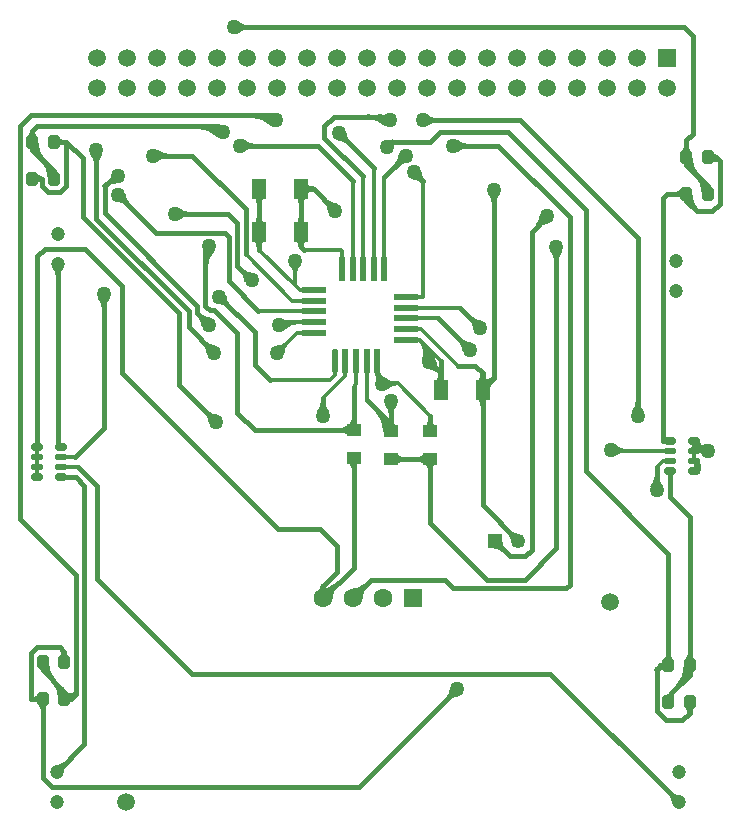
<source format=gtl>
%FSLAX25Y25*%
%MOIN*%
G70*
G01*
G75*
G04 Layer_Physical_Order=1*
G04 Layer_Color=255*
%ADD10C,0.01575*%
%ADD11C,0.01476*%
%ADD12R,0.07874X0.01969*%
%ADD13R,0.01969X0.07874*%
G04:AMPARAMS|DCode=14|XSize=19.69mil|YSize=78.74mil|CornerRadius=0mil|HoleSize=0mil|Usage=FLASHONLY|Rotation=180.000|XOffset=0mil|YOffset=0mil|HoleType=Round|Shape=Octagon|*
%AMOCTAGOND14*
4,1,8,0.00492,-0.03937,-0.00492,-0.03937,-0.00984,-0.03445,-0.00984,0.03445,-0.00492,0.03937,0.00492,0.03937,0.00984,0.03445,0.00984,-0.03445,0.00492,-0.03937,0.0*
%
%ADD14OCTAGOND14*%

G04:AMPARAMS|DCode=15|XSize=39.37mil|YSize=25.59mil|CornerRadius=0mil|HoleSize=0mil|Usage=FLASHONLY|Rotation=0.000|XOffset=0mil|YOffset=0mil|HoleType=Round|Shape=Octagon|*
%AMOCTAGOND15*
4,1,8,0.01969,-0.00640,0.01969,0.00640,0.01329,0.01280,-0.01329,0.01280,-0.01969,0.00640,-0.01969,-0.00640,-0.01329,-0.01280,0.01329,-0.01280,0.01969,-0.00640,0.0*
%
%ADD15OCTAGOND15*%

G04:AMPARAMS|DCode=16|XSize=39.37mil|YSize=19.69mil|CornerRadius=0mil|HoleSize=0mil|Usage=FLASHONLY|Rotation=0.000|XOffset=0mil|YOffset=0mil|HoleType=Round|Shape=Octagon|*
%AMOCTAGOND16*
4,1,8,0.01969,-0.00492,0.01969,0.00492,0.01476,0.00984,-0.01476,0.00984,-0.01969,0.00492,-0.01969,-0.00492,-0.01476,-0.00984,0.01476,-0.00984,0.01969,-0.00492,0.0*
%
%ADD16OCTAGOND16*%

G04:AMPARAMS|DCode=17|XSize=47.24mil|YSize=39.37mil|CornerRadius=0mil|HoleSize=0mil|Usage=FLASHONLY|Rotation=270.000|XOffset=0mil|YOffset=0mil|HoleType=Round|Shape=Octagon|*
%AMOCTAGOND17*
4,1,8,-0.00984,-0.02362,0.00984,-0.02362,0.01969,-0.01378,0.01969,0.01378,0.00984,0.02362,-0.00984,0.02362,-0.01969,0.01378,-0.01969,-0.01378,-0.00984,-0.02362,0.0*
%
%ADD17OCTAGOND17*%

%ADD18R,0.04921X0.06693*%
%ADD19R,0.05118X0.04134*%
%ADD20R,0.06299X0.06299*%
%ADD21C,0.06299*%
%ADD22C,0.05906*%
%ADD23C,0.04724*%
%ADD24R,0.05906X0.05906*%
%ADD25C,0.04921*%
%ADD26R,0.04921X0.04921*%
%ADD27C,0.05000*%
D10*
X89603Y236703D02*
G03*
X85263Y238500I-4339J-4339D01*
G01*
X88489Y235589D02*
G03*
X81461Y238500I-7028J-7028D01*
G01*
X71903Y232803D02*
G03*
X66839Y234900I-5064J-5064D01*
G01*
X70789Y231689D02*
G03*
X63037Y234900I-7752J-7752D01*
G01*
X70366Y233412D02*
G03*
X70000Y234900I-1412J442D01*
G01*
X70000Y234900D02*
G03*
X71488Y234534I1046J1046D01*
G01*
X65487Y168700D02*
G03*
X64276Y171624I-4135J0D01*
G01*
D02*
G03*
X67200Y170413I2924J2924D01*
G01*
X36915Y216689D02*
G03*
X32532Y215000I-288J-5785D01*
G01*
X137313Y219490D02*
G03*
X138500Y216600I4054J-23D01*
G01*
X138500Y216600D02*
G03*
X135610Y217787I-2867J-2867D01*
G01*
X184311Y193289D02*
G03*
X183100Y190365I2924J-2924D01*
G01*
D02*
G03*
X181889Y193289I-4135J0D01*
G01*
X180000Y203087D02*
G03*
X177076Y201876I0J-4135D01*
G01*
D02*
G03*
X178287Y204800I-2924J2924D01*
G01*
X156087Y167600D02*
G03*
X154876Y170524I-4135J0D01*
G01*
D02*
G03*
X157800Y169313I2924J2924D01*
G01*
X38713Y212100D02*
G03*
X39924Y209176I4135J0D01*
G01*
D02*
G03*
X37000Y210387I-2924J-2924D01*
G01*
X78811Y229611D02*
G03*
X81735Y228400I2924J2924D01*
G01*
D02*
G03*
X78811Y227189I0J-4135D01*
G01*
X142313Y156412D02*
G03*
X143524Y153488I4135J0D01*
G01*
D02*
G03*
X140600Y154699I-2924J-2924D01*
G01*
X72313Y178100D02*
G03*
X73524Y175176I4135J0D01*
G01*
D02*
G03*
X70600Y176387I-2924J-2924D01*
G01*
X79787Y183500D02*
G03*
X78576Y186424I-4135J0D01*
G01*
D02*
G03*
X81500Y185213I2924J2924D01*
G01*
X57111Y206811D02*
G03*
X60035Y205600I2924J2924D01*
G01*
D02*
G03*
X57111Y204389I0J-4135D01*
G01*
X127327Y229394D02*
G03*
X128548Y229648I416J1059D01*
G01*
D02*
G03*
X128294Y228427I805J-805D01*
G01*
X76811Y269011D02*
G03*
X79735Y267800I2924J2924D01*
G01*
D02*
G03*
X76811Y266589I0J-4135D01*
G01*
X132900Y223387D02*
G03*
X129976Y222176I0J-4135D01*
G01*
D02*
G03*
X131187Y225100I-2924J2924D01*
G01*
X112372Y232500D02*
G03*
X113583Y229576I4135J0D01*
G01*
D02*
G03*
X110659Y230787I-2924J-2924D01*
G01*
X127403Y236703D02*
G03*
X124029Y238100I-3374J-3374D01*
G01*
X126289Y235589D02*
G03*
X120227Y238100I-6062J-6062D01*
G01*
X49911Y226311D02*
G03*
X52835Y225100I2924J2924D01*
G01*
D02*
G03*
X49911Y223889I0J-4135D01*
G01*
X67287Y159400D02*
G03*
X66076Y162324I-4135J0D01*
G01*
D02*
G03*
X69000Y161113I2924J2924D01*
G01*
X30986Y225589D02*
G03*
X29775Y222665I2924J-2924D01*
G01*
D02*
G03*
X28564Y225589I-4135J0D01*
G01*
X139711Y238011D02*
G03*
X142635Y236800I2924J2924D01*
G01*
D02*
G03*
X139711Y235589I0J-4135D01*
G01*
X208989Y139611D02*
G03*
X210200Y142535I-2924J2924D01*
G01*
D02*
G03*
X211411Y139611I4135J0D01*
G01*
X104089D02*
G03*
X105300Y142535I-2924J2924D01*
G01*
D02*
G03*
X106511Y139611I4135J0D01*
G01*
X67297Y194703D02*
G03*
X66131Y191887I2815J-2815D01*
G01*
X68411Y193589D02*
G03*
X66131Y188086I5503J-5503D01*
G01*
X129211Y142089D02*
G03*
X128000Y139165I2924J-2924D01*
G01*
D02*
G03*
X126789Y142089I-4135J0D01*
G01*
X152506Y160400D02*
G03*
X151295Y163324I-4135J0D01*
G01*
D02*
G03*
X154219Y162113I2924J2924D01*
G01*
X163511Y212489D02*
G03*
X162300Y209565I2924J-2924D01*
G01*
D02*
G03*
X161089Y212489I-4135J0D01*
G01*
X107699Y206763D02*
G03*
X106488Y209687I-4135J0D01*
G01*
D02*
G03*
X109411Y208476I2924J2924D01*
G01*
X232277Y125818D02*
G03*
X229864Y127865I-3678J-1889D01*
G01*
X229864Y127865D02*
G03*
X233018Y128123I1265J3936D01*
G01*
X232126Y126239D02*
G03*
X231042Y127805I-2433J-525D01*
G01*
X231009Y127826D02*
G03*
X232714Y127924I785J1218D01*
G01*
X230746Y127188D02*
G03*
X232650Y127869I130J2639D01*
G01*
X150011Y229511D02*
G03*
X152935Y228300I2924J2924D01*
G01*
D02*
G03*
X150011Y227089I0J-4135D01*
G01*
X150100Y45487D02*
G03*
X147176Y44276I0J-4135D01*
G01*
D02*
G03*
X148387Y47200I-2924J2924D01*
G01*
X215289Y114811D02*
G03*
X216500Y117735I-2924J2924D01*
G01*
D02*
G03*
X217711Y114811I4135J0D01*
G01*
X33467Y177689D02*
G03*
X32256Y174765I2924J-2924D01*
G01*
D02*
G03*
X31045Y177689I-4135J0D01*
G01*
X67987Y136300D02*
G03*
X66776Y139224I-4135J0D01*
G01*
D02*
G03*
X69700Y138013I2924J2924D01*
G01*
X164236Y96500D02*
G03*
X165419Y93644I4039J0D01*
G01*
D02*
G03*
X162563Y94827I-2856J-2856D01*
G01*
X168764Y96500D02*
G03*
X167581Y99356I-4039J0D01*
G01*
D02*
G03*
X170437Y98173I2856J2856D01*
G01*
X18114Y187886D02*
G03*
X17000Y185198I2688J-2688D01*
G01*
D02*
G03*
X15886Y187886I-3802J0D01*
G01*
X222425Y9500D02*
G03*
X221312Y12188I-3802J0D01*
G01*
D02*
G03*
X224000Y11075I2688J2688D01*
G01*
X16500Y21075D02*
G03*
X19188Y22188I0J3802D01*
G01*
D02*
G03*
X18075Y19500I2688J-2688D01*
G01*
X104192Y79662D02*
G03*
X105335Y81600I-1072J1938D01*
G01*
D02*
G03*
X106478Y79662I2215J0D01*
G01*
X105335Y79957D02*
G03*
X109367Y81627I0J5703D01*
G01*
D02*
G03*
X107697Y77594I4033J-4033D01*
G01*
X115335Y79957D02*
G03*
X119367Y81627I0J5703D01*
G01*
D02*
G03*
X117697Y77594I4033J-4033D01*
G01*
X116405Y123469D02*
G03*
X115500Y121285I2184J-2184D01*
G01*
D02*
G03*
X114595Y123469I-3089J0D01*
G01*
X114103Y132721D02*
G03*
X111919Y133626I-2184J-2184D01*
G01*
D02*
G03*
X114103Y134531I0J3089D01*
G01*
X114595D02*
G03*
X115500Y136715I-2184J2184D01*
G01*
D02*
G03*
X116405Y134531I3089J0D01*
G01*
X139603Y122969D02*
G03*
X137419Y123874I-2184J-2184D01*
G01*
D02*
G03*
X139603Y124779I0J3089D01*
G01*
X141905Y122969D02*
G03*
X141000Y120785I2184J-2184D01*
G01*
D02*
G03*
X140095Y122969I-3089J0D01*
G01*
Y134031D02*
G03*
X141000Y136215I-2184J2184D01*
G01*
D02*
G03*
X141905Y134031I3089J0D01*
G01*
X127803Y133126D02*
G03*
X125985Y137515I-6207J0D01*
G01*
X126228Y133126D02*
G03*
X123297Y140203I-10008J0D01*
G01*
X127297Y134195D02*
G03*
X128000Y135500I-859J1305D01*
G01*
D02*
G03*
X128703Y134195I1562J0D01*
G01*
X127095Y134031D02*
G03*
X128000Y136215I-2184J2184D01*
G01*
D02*
G03*
X128905Y134031I3089J0D01*
G01*
X127297Y134195D02*
G03*
X128000Y135500I-859J1305D01*
G01*
D02*
G03*
X128703Y134195I1562J0D01*
G01*
X129397Y124779D02*
G03*
X131581Y123874I2184J2184D01*
G01*
D02*
G03*
X129397Y122969I0J-3089D01*
G01*
X158679Y149548D02*
G03*
X162300Y150812I502J4383D01*
G01*
X160718Y149230D02*
G03*
X160161Y147886I1344J-1344D01*
G01*
X159671Y144931D02*
G03*
X158488Y142075I2856J-2856D01*
G01*
D02*
G03*
X157305Y144931I-4039J0D01*
G01*
Y149069D02*
G03*
X158488Y151925I-2856J2856D01*
G01*
D02*
G03*
X159671Y149069I4039J0D01*
G01*
X143329D02*
G03*
X144512Y151925I-2856J2856D01*
G01*
D02*
G03*
X145695Y149069I4039J0D01*
G01*
X99159Y197419D02*
G03*
X97988Y194632I2732J-2788D01*
G01*
D02*
G03*
X96817Y197419I-3903J0D01*
G01*
X96805Y201569D02*
G03*
X97988Y204425I-2856J2856D01*
G01*
D02*
G03*
X99171Y201569I4039J0D01*
G01*
X85195Y197431D02*
G03*
X84012Y194575I2856J-2856D01*
G01*
D02*
G03*
X82829Y197431I-4039J0D01*
G01*
Y201569D02*
G03*
X84012Y204425I-2856J2856D01*
G01*
D02*
G03*
X85195Y201569I4039J0D01*
G01*
X99171Y211931D02*
G03*
X97988Y209075I2856J-2856D01*
G01*
D02*
G03*
X96805Y211931I-4039J0D01*
G01*
X99171Y215183D02*
G03*
X102028Y214000I2856J2856D01*
G01*
D02*
G03*
X99171Y212817I0J-4039D01*
G01*
X85195Y211931D02*
G03*
X84012Y209075I2856J-2856D01*
G01*
D02*
G03*
X82829Y211931I-4039J0D01*
G01*
X228379Y41669D02*
G03*
X227543Y39652I2016J-2016D01*
G01*
D02*
G03*
X226708Y41669I-2851J0D01*
G01*
X220720Y55001D02*
G03*
X217672Y54922I-1483J-1644D01*
G01*
X219666Y53832D02*
G03*
X216500Y53750I-1540J-1707D01*
G01*
X219568Y54324D02*
G03*
X217852Y55102I-1715J-1502D01*
G01*
D02*
G03*
X219568Y55880I0J2280D01*
G01*
X219621Y56331D02*
G03*
X220457Y58347I-2016J2016D01*
G01*
D02*
G03*
X221292Y56331I2851J0D01*
G01*
X226295Y50745D02*
G03*
X227937Y54709I-3963J3963D01*
G01*
X223607Y48057D02*
G03*
X226362Y54709I-6652J6652D01*
G01*
X226708Y56331D02*
G03*
X227543Y58347I-2016J2016D01*
G01*
D02*
G03*
X228379Y56331I2851J0D01*
G01*
X228349Y53845D02*
G03*
X227543Y51994I1725J-1851D01*
G01*
D02*
G03*
X226738Y53845I-2530J0D01*
G01*
X219992Y44377D02*
G03*
X221785Y46212I-1318J3081D01*
G01*
X221522Y45555D02*
G03*
X221543Y43756I2183J-875D01*
G01*
X19437Y44291D02*
G03*
X18224Y47219I-4140J0D01*
G01*
X17862Y44291D02*
G03*
X15536Y49907I-7942J0D01*
G01*
X18831Y43960D02*
G03*
X21615Y44262I1203J1883D01*
G01*
X19680Y45287D02*
G03*
X23000Y45647I1436J2246D01*
G01*
X20026Y44553D02*
G03*
X21250Y43898I1224J816D01*
G01*
D02*
G03*
X20026Y43243I0J-1471D01*
G01*
X18426Y45298D02*
G03*
X19043Y46400I-675J1101D01*
G01*
D02*
G03*
X19660Y45298I1292J0D01*
G01*
X11563Y55709D02*
G03*
X12856Y52588I4414J0D01*
G01*
X13138Y55709D02*
G03*
X15544Y49899I8216J0D01*
G01*
X12617Y54730D02*
G03*
X11957Y53487I839J-1243D01*
G01*
D02*
G03*
X11296Y54730I-1499J0D01*
G01*
X18208Y57331D02*
G03*
X19043Y59347I-2016J2016D01*
G01*
D02*
G03*
X19879Y57331I2851J0D01*
G01*
X11121Y43062D02*
G03*
X9105Y43898I-2016J-2016D01*
G01*
D02*
G03*
X11121Y44733I0J2851D01*
G01*
X12792Y42669D02*
G03*
X11957Y40652I2016J-2016D01*
G01*
D02*
G03*
X11121Y42669I-2851J0D01*
G01*
X15937Y217791D02*
G03*
X14724Y220719I-4140J0D01*
G01*
X14362Y217791D02*
G03*
X12036Y223407I-7942J0D01*
G01*
X14926Y218798D02*
G03*
X15543Y219900I-675J1101D01*
G01*
D02*
G03*
X16160Y218798I1292J0D01*
G01*
X8063Y229209D02*
G03*
X9356Y226088I4414J0D01*
G01*
X9638Y229209D02*
G03*
X12044Y223399I8216J0D01*
G01*
X7621Y230831D02*
G03*
X8457Y232847I-2016J2016D01*
G01*
D02*
G03*
X9292Y230831I2851J0D01*
G01*
X9117Y228230D02*
G03*
X8457Y226987I839J-1243D01*
G01*
D02*
G03*
X7796Y228230I-1499J0D01*
G01*
X16379Y230438D02*
G03*
X18395Y229602I2016J2016D01*
G01*
D02*
G03*
X16379Y228767I0J-2851D01*
G01*
X9292Y218233D02*
G03*
X11308Y217398I2016J2016D01*
G01*
D02*
G03*
X9292Y216562I0J-2851D01*
G01*
X226063Y224209D02*
G03*
X227356Y221087I4414J0D01*
G01*
X227638Y224209D02*
G03*
X230044Y218399I8216J0D01*
G01*
X225622Y225831D02*
G03*
X226457Y227848I-2016J2016D01*
G01*
D02*
G03*
X227292Y225831I2851J0D01*
G01*
X227117Y223230D02*
G03*
X226457Y221987I839J-1243D01*
G01*
D02*
G03*
X225796Y223230I-1500J0D01*
G01*
X233937Y212791D02*
G03*
X232724Y215719I-4140J0D01*
G01*
X232362Y212791D02*
G03*
X230036Y218407I-7942J0D01*
G01*
X232926Y213798D02*
G03*
X233543Y214900I-675J1101D01*
G01*
D02*
G03*
X234160Y213798I1292J0D01*
G01*
X225622Y211562D02*
G03*
X223605Y212398I-2016J-2016D01*
G01*
D02*
G03*
X225622Y213233I0J2851D01*
G01*
X227029Y210971D02*
G03*
X226457Y210000I537J-970D01*
G01*
D02*
G03*
X225885Y210971I-1109J0D01*
G01*
X226063Y212004D02*
G03*
X227202Y209255I3887J0D01*
G01*
X227638Y212004D02*
G03*
X229890Y206567I7689J0D01*
G01*
X234409Y225406D02*
G03*
X236250Y224602I1840J1707D01*
G01*
D02*
G03*
X234409Y223799I0J-2510D01*
G01*
X236377Y224476D02*
G03*
X233267Y224489I-1561J-1561D01*
G01*
X237500Y223353D02*
G03*
X234371Y223366I-1571J-1571D01*
G01*
X10000Y129360D02*
G03*
X10411Y128368I1403J0D01*
G01*
X17000Y129806D02*
G03*
X17596Y128368I2035J0D01*
G01*
X230066Y127800D02*
G03*
X228827Y127412I-345J-1072D01*
G01*
X232192Y127117D02*
G03*
X230078Y126455I-588J-1830D01*
G01*
X230309Y126706D02*
G03*
X229206Y128077I-1592J-152D01*
G01*
X230308Y126434D02*
G03*
X229242Y128065I-1539J158D01*
G01*
X228546Y130093D02*
G03*
X230111Y127786I2257J-154D01*
G01*
X230117Y129986D02*
G03*
X232027Y127170I2755J-187D01*
G01*
X228663Y129525D02*
G03*
X231079Y127474I3683J1892D01*
G01*
X221411Y119632D02*
G03*
X221000Y118640I992J-992D01*
G01*
X218600Y130020D02*
Y211000D01*
X17000Y128020D02*
Y189000D01*
X221000Y111300D02*
Y119980D01*
X228937Y128163D02*
Y130020D01*
X229400Y128014D02*
X233800Y126600D01*
X228937Y128163D02*
X229400Y128014D01*
X10000Y128020D02*
Y191500D01*
X119874Y143626D02*
X128000Y135500D01*
Y143300D01*
Y133126D02*
Y135500D01*
X144512Y152500D02*
Y156720D01*
Y147000D02*
Y152500D01*
X140600Y156412D02*
X144512Y152500D01*
X15543Y229602D02*
X19500D01*
X25431Y224171D01*
Y204464D02*
Y224171D01*
Y204464D02*
X57400Y172495D01*
Y148600D02*
Y172495D01*
Y148600D02*
X69700Y136300D01*
X201300Y126900D02*
X201625Y126575D01*
X32256Y134331D02*
Y178900D01*
X22500Y124575D02*
X32256Y134331D01*
X216500Y113600D02*
Y121175D01*
X117400Y14500D02*
X150100Y47200D01*
X14957Y14500D02*
X117400D01*
X11957Y17500D02*
X14957Y14500D01*
X11957Y17500D02*
Y43898D01*
X17000Y128020D02*
X17937D01*
X227543Y51993D02*
Y55102D01*
X221800Y46250D02*
X227543Y51993D01*
X220457Y42898D02*
X221800Y46250D01*
X148800Y228300D02*
X163800D01*
X187600Y204500D01*
Y82100D02*
Y204500D01*
X186300Y80800D02*
X187600Y82100D01*
X148700Y80800D02*
X186300D01*
X146000Y83500D02*
X148700Y80800D01*
X121240Y83500D02*
X146000D01*
X115335Y77594D02*
X121240Y83500D01*
X228937Y126575D02*
Y128163D01*
X158488Y108449D02*
Y147000D01*
Y108449D02*
X170437Y96500D01*
X97988Y214000D02*
X102175D01*
X109411Y206763D01*
X162300Y150812D02*
Y213700D01*
X158488Y147000D02*
X162300Y150812D01*
X143800Y170819D02*
X154219Y160400D01*
X141000Y133126D02*
Y138400D01*
X82500Y133626D02*
X115500D01*
X76774Y139352D02*
X82500Y133626D01*
X76774Y139352D02*
Y165957D01*
X69099Y173631D02*
X76774Y165957D01*
X67500Y173631D02*
X69099D01*
X66131Y175000D02*
X67500Y173631D01*
X66131Y175000D02*
Y193731D01*
X67200Y194800D01*
X105300Y138400D02*
Y144113D01*
X210200Y138400D02*
Y197500D01*
X170900Y236800D02*
X210200Y197500D01*
X138500Y236800D02*
X170900D01*
X29775Y204018D02*
Y226800D01*
Y204018D02*
X60619Y173174D01*
Y167781D02*
Y173174D01*
Y167781D02*
X69000Y159400D01*
X79512Y192210D02*
Y207293D01*
X61705Y225100D02*
X79512Y207293D01*
X48700Y225100D02*
X61705D01*
X105800Y231000D02*
X118693Y218107D01*
X105800Y231000D02*
Y235000D01*
X108900Y238100D01*
X126200D01*
X127500Y236800D01*
X110659Y232500D02*
X122236Y220923D01*
X125780Y217980D02*
X132900Y225100D01*
X75600Y267800D02*
X225700D01*
X228500Y265000D01*
Y232400D02*
Y265000D01*
X226457Y230357D02*
X228500Y232400D01*
X226457Y224602D02*
Y230357D01*
X220457Y55102D02*
Y92300D01*
X192900Y119857D02*
X220457Y92300D01*
X192900Y119857D02*
Y206800D01*
X166886Y232814D02*
X192900Y206800D01*
X144300Y232814D02*
X166886D01*
X141134Y229648D02*
X144300Y232814D01*
X128548Y229648D02*
X141134D01*
X126700Y227800D02*
X128548Y229648D01*
X55900Y205600D02*
X73600D01*
X76700Y202500D01*
Y188300D02*
Y202500D01*
Y188300D02*
X81500Y183500D01*
X70600Y178100D02*
X82500Y166200D01*
Y155200D02*
Y166200D01*
Y155200D02*
X87500Y150200D01*
X227543Y39343D02*
Y42898D01*
X225000Y36800D02*
X227543Y39343D01*
X219700Y36800D02*
X225000D01*
X216500Y40000D02*
X219700Y36800D01*
X216500Y40000D02*
Y53750D01*
X217852Y55102D01*
X220457D01*
X8000Y43898D02*
X11957D01*
X8000D02*
Y59200D01*
X10000Y61200D01*
X17500D01*
X19043Y59657D01*
Y56102D02*
Y59657D01*
X219998Y212398D02*
X226457D01*
X218600Y211000D02*
X219998Y212398D01*
X218600Y130020D02*
X221063D01*
X221000Y119980D02*
X221063D01*
X221000Y111300D02*
X227543Y104757D01*
Y55102D02*
Y104757D01*
X17937Y117980D02*
X22820D01*
X25800Y115000D01*
Y28800D02*
Y115000D01*
X16500Y19500D02*
X25800Y28800D01*
X23575Y121425D02*
X30000Y115000D01*
Y84100D02*
Y115000D01*
Y84100D02*
X61700Y52400D01*
X181100D01*
X224000Y9500D01*
X84012Y193756D02*
Y199500D01*
X103500Y228400D02*
X115150Y216750D01*
X77600Y228400D02*
X103500D01*
X73861Y183116D02*
X83796Y173181D01*
X73861Y183116D02*
Y198064D01*
X72494Y199431D02*
X73861Y198064D01*
X49669Y199431D02*
X72494D01*
X37000Y212100D02*
X49669Y199431D01*
X151038Y174362D02*
X157800Y167600D01*
X105335Y77594D02*
Y81600D01*
X110100Y86365D01*
Y95000D01*
X104400Y100700D02*
X110100Y95000D01*
X90300Y100700D02*
X104400D01*
X38438Y152562D02*
X90300Y100700D01*
X38438Y152562D02*
Y181462D01*
X25900Y194000D02*
X38438Y181462D01*
X12500Y194000D02*
X25900D01*
X10000Y191500D02*
X12500Y194000D01*
X10000Y128020D02*
X10063D01*
X174900Y199700D02*
X180000Y204800D01*
X174900Y93750D02*
Y199700D01*
X172588Y91438D02*
X174900Y93750D01*
X167625Y91438D02*
X172588D01*
X162563Y96500D02*
X167625Y91438D01*
X183100Y94200D02*
Y194500D01*
X172500Y83600D02*
X183100Y94200D01*
X160100Y83600D02*
X172500D01*
X141000Y102700D02*
X160100Y83600D01*
X141000Y102700D02*
Y123874D01*
X135600Y219500D02*
X138500Y216600D01*
X84012Y199500D02*
Y214000D01*
X35931Y218400D02*
X37000D01*
X32531Y215000D02*
X35931Y218400D01*
X32531Y205869D02*
Y215000D01*
Y205869D02*
X63375Y175025D01*
Y172525D02*
Y175025D01*
Y172525D02*
X67200Y168700D01*
X90800D02*
X91738Y169638D01*
X70000Y234900D02*
X72000Y232900D01*
X10000Y234900D02*
X70000D01*
X8457Y233357D02*
X10000Y234900D01*
X8457Y229602D02*
Y233357D01*
X97988Y194631D02*
X98921Y193698D01*
X97988Y194631D02*
Y199500D01*
X158488Y147000D02*
Y152500D01*
X155988Y155000D02*
X158488Y152500D01*
X150201Y155000D02*
X155988D01*
X115500Y133626D02*
Y148000D01*
X88000Y238500D02*
X89700Y236800D01*
X7900Y238500D02*
X88000D01*
X4300Y234900D02*
X7900Y238500D01*
X4300Y103900D02*
Y234900D01*
Y103900D02*
X23000Y85200D01*
Y45648D02*
Y85200D01*
X21250Y43898D02*
X23000Y45648D01*
X19043Y43898D02*
X21250D01*
X8457Y226987D02*
Y229602D01*
Y226987D02*
X15543Y219900D01*
Y217398D02*
Y219900D01*
X8457Y217398D02*
X11600D01*
Y215000D02*
Y217398D01*
Y215000D02*
X13600Y213000D01*
X17500D01*
X19500Y215000D01*
Y229602D01*
X226457Y210000D02*
Y212398D01*
Y210000D02*
X229957Y206500D01*
X235000D01*
X237500Y209000D01*
Y223352D01*
X236250Y224602D02*
X237500Y223352D01*
X233543Y224602D02*
X236250D01*
X105335Y77594D02*
X115500Y87760D01*
Y124374D01*
X97988Y199500D02*
Y214000D01*
X226457Y221987D02*
Y224602D01*
Y221987D02*
X233543Y214900D01*
Y212398D02*
Y214900D01*
X11957Y53487D02*
Y56102D01*
Y53487D02*
X19043Y46400D01*
Y43898D02*
Y46400D01*
X128000Y123874D02*
X141000D01*
D11*
X93753Y169638D02*
G03*
X91002Y168498I0J-3891D01*
G01*
X97317Y169638D02*
G03*
X92046Y167454I0J-7455D01*
G01*
X97246Y188854D02*
G03*
X96000Y185847I3008J-3008D01*
G01*
D02*
G03*
X94754Y188854I-4253J0D01*
G01*
X141715Y155993D02*
G03*
X140742Y160491I-3978J1493D01*
G01*
X140333Y156512D02*
G03*
X139121Y162111I-4952J1859D01*
G01*
X138951Y157031D02*
G03*
X137500Y163732I-5927J2225D01*
G01*
X90106Y161162D02*
G03*
X93113Y162408I0J4253D01*
G01*
D02*
G03*
X91867Y159400I3008J-3008D01*
G01*
X126246Y150046D02*
G03*
X128194Y149239I1949J1949D01*
G01*
X130161D02*
G03*
X126271Y147580I0J-5391D01*
G01*
X123446Y149631D02*
G03*
X123647Y152603I-3196J1709D01*
G01*
X123647Y152603D02*
G03*
X125712Y150412I3627J1349D01*
G01*
X123553Y149804D02*
G03*
X123541Y151909I-1504J1044D01*
G01*
X123890Y151418D02*
G03*
X125294Y150537I1765J1254D01*
G01*
X202546Y128146D02*
G03*
X206339Y126575I3793J3793D01*
G01*
X204768D02*
G03*
X202546Y125654I0J-3143D01*
G01*
X10446Y127637D02*
G03*
X10063Y126713I924J-924D01*
G01*
D02*
G03*
X9680Y127637I-1307J0D01*
G01*
Y118363D02*
G03*
X10063Y119287I-924J924D01*
G01*
D02*
G03*
X10446Y118363I1307J0D01*
G01*
X230384Y119433D02*
G03*
X230163Y122200I-1735J1254D01*
G01*
X229187Y120298D02*
G03*
X228937Y123425I-1961J1417D01*
G01*
X230659Y121703D02*
G03*
X230158Y120080I1286J-1286D01*
G01*
X228717Y123678D02*
G03*
X228731Y123631I51J-11D01*
G01*
X230162Y123375D02*
G03*
X230659Y121703I1792J-377D01*
G01*
X123660Y153652D02*
G03*
X124306Y150833I3726J-630D01*
G01*
X228937Y123425D02*
X230659Y121703D01*
X228900Y123425D02*
Y126575D01*
X10100Y121425D02*
Y124575D01*
X96000Y181768D02*
Y190100D01*
X84012Y193756D02*
X96000Y181768D01*
X137500Y163732D02*
X144512Y156720D01*
X201625Y126575D02*
X221063D01*
X17937Y124575D02*
X22500D01*
X218750Y123425D02*
X221063D01*
X216500Y121175D02*
X218750Y123425D01*
X10063Y124575D02*
Y128020D01*
Y117980D02*
Y121425D01*
X228937Y119980D02*
X230659Y121703D01*
X132866Y170819D02*
X143800D01*
X123417Y152083D02*
Y156646D01*
Y152083D02*
X125439Y149239D01*
X130161D01*
X141000Y138400D01*
X125000Y148800D02*
X125439Y149239D01*
X112787Y151600D02*
Y156646D01*
X105300Y144113D02*
X112787Y151600D01*
X90106Y159400D02*
X96800Y166094D01*
X102157D01*
X94998Y176724D02*
X102157D01*
X79512Y192210D02*
X94998Y176724D01*
X118693Y187354D02*
Y218107D01*
X122236Y187354D02*
Y220923D01*
X125780Y187354D02*
Y217980D01*
X87500Y150200D02*
X107500D01*
X109244Y151944D01*
Y156646D01*
X17937Y121425D02*
X23575D01*
X97500Y180268D02*
X102157D01*
X115150Y187354D02*
Y216750D01*
X83796Y173181D02*
X102157D01*
X132866Y174362D02*
X151038D01*
X96000Y181768D02*
X97500Y180268D01*
X132866Y177906D02*
X138500D01*
Y216600D01*
X91738Y169638D02*
X102157D01*
X111606Y187354D02*
Y193294D01*
X111202Y193698D02*
X111606Y193294D01*
X98921Y193698D02*
X111202D01*
X10063Y121425D02*
X10100D01*
X10063Y124575D02*
X10100D01*
X119874Y143626D02*
Y156646D01*
X137926Y167276D02*
X150201Y155000D01*
X132866Y167276D02*
X137926D01*
X132866Y163732D02*
X137500D01*
X116331Y148831D02*
Y156646D01*
X115500Y148000D02*
X116331Y148831D01*
X228900Y123425D02*
X228937D01*
X228900Y126575D02*
X228937D01*
D12*
X102157Y180268D02*
D03*
Y176724D02*
D03*
Y173181D02*
D03*
Y169638D02*
D03*
Y166094D02*
D03*
X132866Y163732D02*
D03*
Y167276D02*
D03*
Y170819D02*
D03*
Y174362D02*
D03*
Y177906D02*
D03*
D13*
X125780Y187354D02*
D03*
X122236D02*
D03*
X118693D02*
D03*
X115150D02*
D03*
X111606D02*
D03*
X112787Y156646D02*
D03*
X116331D02*
D03*
X119874D02*
D03*
X123417D02*
D03*
D14*
X109244D02*
D03*
D15*
X221063Y130020D02*
D03*
Y119980D02*
D03*
X228937Y130020D02*
D03*
Y119980D02*
D03*
X17937Y117980D02*
D03*
Y128020D02*
D03*
X10063Y117980D02*
D03*
Y128020D02*
D03*
D16*
X221063Y126575D02*
D03*
Y123425D02*
D03*
X228937Y126575D02*
D03*
Y123425D02*
D03*
X17937Y121425D02*
D03*
Y124575D02*
D03*
X10063Y121425D02*
D03*
Y124575D02*
D03*
D17*
X233543Y224602D02*
D03*
X226457Y212398D02*
D03*
X233543D02*
D03*
X226457Y224602D02*
D03*
X8457Y217398D02*
D03*
X15543Y229602D02*
D03*
X8457D02*
D03*
X15543Y217398D02*
D03*
X11957Y43898D02*
D03*
X19043Y56102D02*
D03*
X11957D02*
D03*
X19043Y43898D02*
D03*
X220457Y42898D02*
D03*
X227543Y55102D02*
D03*
X220457D02*
D03*
X227543Y42898D02*
D03*
D18*
X84012Y214000D02*
D03*
X97988D02*
D03*
X84012Y199500D02*
D03*
X97988D02*
D03*
X144512Y147000D02*
D03*
X158488D02*
D03*
D19*
X128000Y123874D02*
D03*
Y133126D02*
D03*
X141000D02*
D03*
Y123874D02*
D03*
X115500Y133626D02*
D03*
Y124374D02*
D03*
D20*
X135335Y77594D02*
D03*
D21*
X125335D02*
D03*
X115335D02*
D03*
X105335D02*
D03*
D22*
X201083Y76413D02*
D03*
X39587Y9484D02*
D03*
X190000Y247500D02*
D03*
X30000D02*
D03*
Y257500D02*
D03*
X40000Y247500D02*
D03*
Y257500D02*
D03*
X50000Y247500D02*
D03*
Y257500D02*
D03*
X60000Y247500D02*
D03*
Y257500D02*
D03*
X70000Y247500D02*
D03*
Y257500D02*
D03*
X80000Y247500D02*
D03*
Y257500D02*
D03*
X90000Y247500D02*
D03*
Y257500D02*
D03*
X100000Y247500D02*
D03*
Y257500D02*
D03*
X110000Y247500D02*
D03*
Y257500D02*
D03*
X120000Y247500D02*
D03*
Y257500D02*
D03*
X130000Y247500D02*
D03*
Y257500D02*
D03*
X140000Y247500D02*
D03*
Y257500D02*
D03*
X150000Y247500D02*
D03*
Y257500D02*
D03*
X160000Y247500D02*
D03*
Y257500D02*
D03*
X170000Y247500D02*
D03*
Y257500D02*
D03*
X180000Y247500D02*
D03*
Y257500D02*
D03*
X190000D02*
D03*
X200000Y247500D02*
D03*
Y257500D02*
D03*
X210000Y247500D02*
D03*
Y257500D02*
D03*
X220000Y247500D02*
D03*
D23*
X16500Y19500D02*
D03*
Y9500D02*
D03*
X224000D02*
D03*
Y19500D02*
D03*
X223000Y180000D02*
D03*
Y190000D02*
D03*
X17000Y189000D02*
D03*
Y199000D02*
D03*
D24*
X220000Y257500D02*
D03*
D25*
X170437Y96500D02*
D03*
D26*
X162563D02*
D03*
D27*
X69700Y136300D02*
D03*
X201300Y126900D02*
D03*
X32256Y178900D02*
D03*
X216500Y113600D02*
D03*
X150100Y47200D02*
D03*
X148800Y228300D02*
D03*
X233800Y126600D02*
D03*
X109411Y206763D02*
D03*
X162300Y213700D02*
D03*
X154219Y160400D02*
D03*
X125000Y148800D02*
D03*
X128000Y143300D02*
D03*
X67200Y194800D02*
D03*
X105300Y138400D02*
D03*
X210200D02*
D03*
X138500Y236800D02*
D03*
X29775Y226800D02*
D03*
X69000Y159400D02*
D03*
X90106D02*
D03*
X48700Y225100D02*
D03*
X127500Y236800D02*
D03*
X110659Y232500D02*
D03*
X132900Y225100D02*
D03*
X75600Y267800D02*
D03*
X126700Y227800D02*
D03*
X55900Y205600D02*
D03*
X81500Y183500D02*
D03*
X70600Y178100D02*
D03*
X140600Y156412D02*
D03*
X77600Y228400D02*
D03*
X37000Y212100D02*
D03*
X157800Y167600D02*
D03*
X180000Y204800D02*
D03*
X183100Y194500D02*
D03*
X96000Y190100D02*
D03*
X135600Y219500D02*
D03*
X37000Y218400D02*
D03*
X67200Y168700D02*
D03*
X90800D02*
D03*
X72000Y232900D02*
D03*
X89700Y236800D02*
D03*
M02*

</source>
